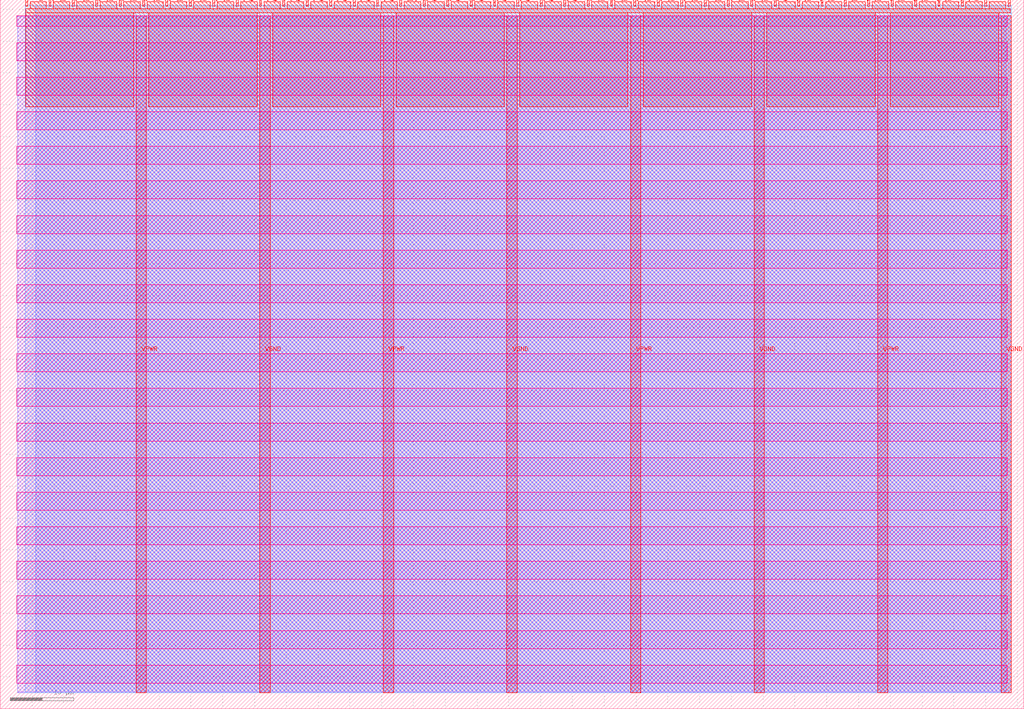
<source format=lef>
VERSION 5.7 ;
  NOWIREEXTENSIONATPIN ON ;
  DIVIDERCHAR "/" ;
  BUSBITCHARS "[]" ;
MACRO tt_um_3515_sequenceDetector
  CLASS BLOCK ;
  FOREIGN tt_um_3515_sequenceDetector ;
  ORIGIN 0.000 0.000 ;
  SIZE 161.000 BY 111.520 ;
  PIN VGND
    DIRECTION INOUT ;
    USE GROUND ;
    PORT
      LAYER met4 ;
        RECT 40.830 2.480 42.430 109.040 ;
    END
    PORT
      LAYER met4 ;
        RECT 79.700 2.480 81.300 109.040 ;
    END
    PORT
      LAYER met4 ;
        RECT 118.570 2.480 120.170 109.040 ;
    END
    PORT
      LAYER met4 ;
        RECT 157.440 2.480 159.040 109.040 ;
    END
  END VGND
  PIN VPWR
    DIRECTION INOUT ;
    USE POWER ;
    PORT
      LAYER met4 ;
        RECT 21.395 2.480 22.995 109.040 ;
    END
    PORT
      LAYER met4 ;
        RECT 60.265 2.480 61.865 109.040 ;
    END
    PORT
      LAYER met4 ;
        RECT 99.135 2.480 100.735 109.040 ;
    END
    PORT
      LAYER met4 ;
        RECT 138.005 2.480 139.605 109.040 ;
    END
  END VPWR
  PIN clk
    DIRECTION INPUT ;
    USE SIGNAL ;
    ANTENNAGATEAREA 0.852000 ;
    PORT
      LAYER met4 ;
        RECT 154.870 110.520 155.170 111.520 ;
    END
  END clk
  PIN ena
    DIRECTION INPUT ;
    USE SIGNAL ;
    ANTENNAGATEAREA 0.196500 ;
    PORT
      LAYER met4 ;
        RECT 158.550 110.520 158.850 111.520 ;
    END
  END ena
  PIN rst_n
    DIRECTION INPUT ;
    USE SIGNAL ;
    ANTENNAGATEAREA 0.196500 ;
    PORT
      LAYER met4 ;
        RECT 151.190 110.520 151.490 111.520 ;
    END
  END rst_n
  PIN ui_in[0]
    DIRECTION INPUT ;
    USE SIGNAL ;
    ANTENNAGATEAREA 0.196500 ;
    PORT
      LAYER met4 ;
        RECT 147.510 110.520 147.810 111.520 ;
    END
  END ui_in[0]
  PIN ui_in[1]
    DIRECTION INPUT ;
    USE SIGNAL ;
    ANTENNAGATEAREA 0.196500 ;
    PORT
      LAYER met4 ;
        RECT 143.830 110.520 144.130 111.520 ;
    END
  END ui_in[1]
  PIN ui_in[2]
    DIRECTION INPUT ;
    USE SIGNAL ;
    ANTENNAGATEAREA 0.196500 ;
    PORT
      LAYER met4 ;
        RECT 140.150 110.520 140.450 111.520 ;
    END
  END ui_in[2]
  PIN ui_in[3]
    DIRECTION INPUT ;
    USE SIGNAL ;
    ANTENNAGATEAREA 0.196500 ;
    PORT
      LAYER met4 ;
        RECT 136.470 110.520 136.770 111.520 ;
    END
  END ui_in[3]
  PIN ui_in[4]
    DIRECTION INPUT ;
    USE SIGNAL ;
    ANTENNAGATEAREA 0.196500 ;
    PORT
      LAYER met4 ;
        RECT 132.790 110.520 133.090 111.520 ;
    END
  END ui_in[4]
  PIN ui_in[5]
    DIRECTION INPUT ;
    USE SIGNAL ;
    ANTENNAGATEAREA 0.196500 ;
    PORT
      LAYER met4 ;
        RECT 129.110 110.520 129.410 111.520 ;
    END
  END ui_in[5]
  PIN ui_in[6]
    DIRECTION INPUT ;
    USE SIGNAL ;
    ANTENNAGATEAREA 0.196500 ;
    PORT
      LAYER met4 ;
        RECT 125.430 110.520 125.730 111.520 ;
    END
  END ui_in[6]
  PIN ui_in[7]
    DIRECTION INPUT ;
    USE SIGNAL ;
    ANTENNAGATEAREA 0.196500 ;
    PORT
      LAYER met4 ;
        RECT 121.750 110.520 122.050 111.520 ;
    END
  END ui_in[7]
  PIN uio_in[0]
    DIRECTION INPUT ;
    USE SIGNAL ;
    ANTENNAGATEAREA 0.213000 ;
    PORT
      LAYER met4 ;
        RECT 118.070 110.520 118.370 111.520 ;
    END
  END uio_in[0]
  PIN uio_in[1]
    DIRECTION INPUT ;
    USE SIGNAL ;
    ANTENNAGATEAREA 0.196500 ;
    PORT
      LAYER met4 ;
        RECT 114.390 110.520 114.690 111.520 ;
    END
  END uio_in[1]
  PIN uio_in[2]
    DIRECTION INPUT ;
    USE SIGNAL ;
    ANTENNAGATEAREA 0.196500 ;
    PORT
      LAYER met4 ;
        RECT 110.710 110.520 111.010 111.520 ;
    END
  END uio_in[2]
  PIN uio_in[3]
    DIRECTION INPUT ;
    USE SIGNAL ;
    ANTENNAGATEAREA 0.126000 ;
    PORT
      LAYER met4 ;
        RECT 107.030 110.520 107.330 111.520 ;
    END
  END uio_in[3]
  PIN uio_in[4]
    DIRECTION INPUT ;
    USE SIGNAL ;
    ANTENNAGATEAREA 0.196500 ;
    PORT
      LAYER met4 ;
        RECT 103.350 110.520 103.650 111.520 ;
    END
  END uio_in[4]
  PIN uio_in[5]
    DIRECTION INPUT ;
    USE SIGNAL ;
    ANTENNAGATEAREA 0.196500 ;
    PORT
      LAYER met4 ;
        RECT 99.670 110.520 99.970 111.520 ;
    END
  END uio_in[5]
  PIN uio_in[6]
    DIRECTION INPUT ;
    USE SIGNAL ;
    ANTENNAGATEAREA 0.196500 ;
    PORT
      LAYER met4 ;
        RECT 95.990 110.520 96.290 111.520 ;
    END
  END uio_in[6]
  PIN uio_in[7]
    DIRECTION INPUT ;
    USE SIGNAL ;
    ANTENNAGATEAREA 0.196500 ;
    PORT
      LAYER met4 ;
        RECT 92.310 110.520 92.610 111.520 ;
    END
  END uio_in[7]
  PIN uio_oe[0]
    DIRECTION OUTPUT TRISTATE ;
    USE SIGNAL ;
    ANTENNADIFFAREA 0.445500 ;
    PORT
      LAYER met4 ;
        RECT 29.750 110.520 30.050 111.520 ;
    END
  END uio_oe[0]
  PIN uio_oe[1]
    DIRECTION OUTPUT TRISTATE ;
    USE SIGNAL ;
    ANTENNADIFFAREA 0.445500 ;
    PORT
      LAYER met4 ;
        RECT 26.070 110.520 26.370 111.520 ;
    END
  END uio_oe[1]
  PIN uio_oe[2]
    DIRECTION OUTPUT TRISTATE ;
    USE SIGNAL ;
    ANTENNADIFFAREA 0.445500 ;
    PORT
      LAYER met4 ;
        RECT 22.390 110.520 22.690 111.520 ;
    END
  END uio_oe[2]
  PIN uio_oe[3]
    DIRECTION OUTPUT TRISTATE ;
    USE SIGNAL ;
    ANTENNADIFFAREA 0.445500 ;
    PORT
      LAYER met4 ;
        RECT 18.710 110.520 19.010 111.520 ;
    END
  END uio_oe[3]
  PIN uio_oe[4]
    DIRECTION OUTPUT TRISTATE ;
    USE SIGNAL ;
    ANTENNADIFFAREA 0.445500 ;
    PORT
      LAYER met4 ;
        RECT 15.030 110.520 15.330 111.520 ;
    END
  END uio_oe[4]
  PIN uio_oe[5]
    DIRECTION OUTPUT TRISTATE ;
    USE SIGNAL ;
    ANTENNADIFFAREA 0.445500 ;
    PORT
      LAYER met4 ;
        RECT 11.350 110.520 11.650 111.520 ;
    END
  END uio_oe[5]
  PIN uio_oe[6]
    DIRECTION OUTPUT TRISTATE ;
    USE SIGNAL ;
    ANTENNADIFFAREA 0.445500 ;
    PORT
      LAYER met4 ;
        RECT 7.670 110.520 7.970 111.520 ;
    END
  END uio_oe[6]
  PIN uio_oe[7]
    DIRECTION OUTPUT TRISTATE ;
    USE SIGNAL ;
    ANTENNADIFFAREA 0.445500 ;
    PORT
      LAYER met4 ;
        RECT 3.990 110.520 4.290 111.520 ;
    END
  END uio_oe[7]
  PIN uio_out[0]
    DIRECTION OUTPUT TRISTATE ;
    USE SIGNAL ;
    PORT
      LAYER met4 ;
        RECT 59.190 110.520 59.490 111.520 ;
    END
  END uio_out[0]
  PIN uio_out[1]
    DIRECTION OUTPUT TRISTATE ;
    USE SIGNAL ;
    PORT
      LAYER met4 ;
        RECT 55.510 110.520 55.810 111.520 ;
    END
  END uio_out[1]
  PIN uio_out[2]
    DIRECTION OUTPUT TRISTATE ;
    USE SIGNAL ;
    PORT
      LAYER met4 ;
        RECT 51.830 110.520 52.130 111.520 ;
    END
  END uio_out[2]
  PIN uio_out[3]
    DIRECTION OUTPUT TRISTATE ;
    USE SIGNAL ;
    PORT
      LAYER met4 ;
        RECT 48.150 110.520 48.450 111.520 ;
    END
  END uio_out[3]
  PIN uio_out[4]
    DIRECTION OUTPUT TRISTATE ;
    USE SIGNAL ;
    PORT
      LAYER met4 ;
        RECT 44.470 110.520 44.770 111.520 ;
    END
  END uio_out[4]
  PIN uio_out[5]
    DIRECTION OUTPUT TRISTATE ;
    USE SIGNAL ;
    PORT
      LAYER met4 ;
        RECT 40.790 110.520 41.090 111.520 ;
    END
  END uio_out[5]
  PIN uio_out[6]
    DIRECTION OUTPUT TRISTATE ;
    USE SIGNAL ;
    PORT
      LAYER met4 ;
        RECT 37.110 110.520 37.410 111.520 ;
    END
  END uio_out[6]
  PIN uio_out[7]
    DIRECTION OUTPUT TRISTATE ;
    USE SIGNAL ;
    PORT
      LAYER met4 ;
        RECT 33.430 110.520 33.730 111.520 ;
    END
  END uio_out[7]
  PIN uo_out[0]
    DIRECTION OUTPUT TRISTATE ;
    USE SIGNAL ;
    ANTENNADIFFAREA 0.445500 ;
    PORT
      LAYER met4 ;
        RECT 88.630 110.520 88.930 111.520 ;
    END
  END uo_out[0]
  PIN uo_out[1]
    DIRECTION OUTPUT TRISTATE ;
    USE SIGNAL ;
    ANTENNADIFFAREA 0.445500 ;
    PORT
      LAYER met4 ;
        RECT 84.950 110.520 85.250 111.520 ;
    END
  END uo_out[1]
  PIN uo_out[2]
    DIRECTION OUTPUT TRISTATE ;
    USE SIGNAL ;
    ANTENNADIFFAREA 0.445500 ;
    PORT
      LAYER met4 ;
        RECT 81.270 110.520 81.570 111.520 ;
    END
  END uo_out[2]
  PIN uo_out[3]
    DIRECTION OUTPUT TRISTATE ;
    USE SIGNAL ;
    ANTENNADIFFAREA 0.445500 ;
    PORT
      LAYER met4 ;
        RECT 77.590 110.520 77.890 111.520 ;
    END
  END uo_out[3]
  PIN uo_out[4]
    DIRECTION OUTPUT TRISTATE ;
    USE SIGNAL ;
    ANTENNADIFFAREA 0.445500 ;
    PORT
      LAYER met4 ;
        RECT 73.910 110.520 74.210 111.520 ;
    END
  END uo_out[4]
  PIN uo_out[5]
    DIRECTION OUTPUT TRISTATE ;
    USE SIGNAL ;
    ANTENNADIFFAREA 0.445500 ;
    PORT
      LAYER met4 ;
        RECT 70.230 110.520 70.530 111.520 ;
    END
  END uo_out[5]
  PIN uo_out[6]
    DIRECTION OUTPUT TRISTATE ;
    USE SIGNAL ;
    ANTENNADIFFAREA 0.445500 ;
    PORT
      LAYER met4 ;
        RECT 66.550 110.520 66.850 111.520 ;
    END
  END uo_out[6]
  PIN uo_out[7]
    DIRECTION OUTPUT TRISTATE ;
    USE SIGNAL ;
    ANTENNADIFFAREA 0.445500 ;
    PORT
      LAYER met4 ;
        RECT 62.870 110.520 63.170 111.520 ;
    END
  END uo_out[7]
  OBS
      LAYER nwell ;
        RECT 2.570 107.385 158.430 108.990 ;
        RECT 2.570 101.945 158.430 104.775 ;
        RECT 2.570 96.505 158.430 99.335 ;
        RECT 2.570 91.065 158.430 93.895 ;
        RECT 2.570 85.625 158.430 88.455 ;
        RECT 2.570 80.185 158.430 83.015 ;
        RECT 2.570 74.745 158.430 77.575 ;
        RECT 2.570 69.305 158.430 72.135 ;
        RECT 2.570 63.865 158.430 66.695 ;
        RECT 2.570 58.425 158.430 61.255 ;
        RECT 2.570 52.985 158.430 55.815 ;
        RECT 2.570 47.545 158.430 50.375 ;
        RECT 2.570 42.105 158.430 44.935 ;
        RECT 2.570 36.665 158.430 39.495 ;
        RECT 2.570 31.225 158.430 34.055 ;
        RECT 2.570 25.785 158.430 28.615 ;
        RECT 2.570 20.345 158.430 23.175 ;
        RECT 2.570 14.905 158.430 17.735 ;
        RECT 2.570 9.465 158.430 12.295 ;
        RECT 2.570 4.025 158.430 6.855 ;
      LAYER li1 ;
        RECT 2.760 2.635 158.240 108.885 ;
      LAYER met1 ;
        RECT 2.760 2.480 159.040 109.040 ;
      LAYER met2 ;
        RECT 5.610 2.535 159.010 110.685 ;
      LAYER met3 ;
        RECT 3.950 2.555 159.030 110.665 ;
      LAYER met4 ;
        RECT 4.690 110.120 7.270 111.170 ;
        RECT 8.370 110.120 10.950 111.170 ;
        RECT 12.050 110.120 14.630 111.170 ;
        RECT 15.730 110.120 18.310 111.170 ;
        RECT 19.410 110.120 21.990 111.170 ;
        RECT 23.090 110.120 25.670 111.170 ;
        RECT 26.770 110.120 29.350 111.170 ;
        RECT 30.450 110.120 33.030 111.170 ;
        RECT 34.130 110.120 36.710 111.170 ;
        RECT 37.810 110.120 40.390 111.170 ;
        RECT 41.490 110.120 44.070 111.170 ;
        RECT 45.170 110.120 47.750 111.170 ;
        RECT 48.850 110.120 51.430 111.170 ;
        RECT 52.530 110.120 55.110 111.170 ;
        RECT 56.210 110.120 58.790 111.170 ;
        RECT 59.890 110.120 62.470 111.170 ;
        RECT 63.570 110.120 66.150 111.170 ;
        RECT 67.250 110.120 69.830 111.170 ;
        RECT 70.930 110.120 73.510 111.170 ;
        RECT 74.610 110.120 77.190 111.170 ;
        RECT 78.290 110.120 80.870 111.170 ;
        RECT 81.970 110.120 84.550 111.170 ;
        RECT 85.650 110.120 88.230 111.170 ;
        RECT 89.330 110.120 91.910 111.170 ;
        RECT 93.010 110.120 95.590 111.170 ;
        RECT 96.690 110.120 99.270 111.170 ;
        RECT 100.370 110.120 102.950 111.170 ;
        RECT 104.050 110.120 106.630 111.170 ;
        RECT 107.730 110.120 110.310 111.170 ;
        RECT 111.410 110.120 113.990 111.170 ;
        RECT 115.090 110.120 117.670 111.170 ;
        RECT 118.770 110.120 121.350 111.170 ;
        RECT 122.450 110.120 125.030 111.170 ;
        RECT 126.130 110.120 128.710 111.170 ;
        RECT 129.810 110.120 132.390 111.170 ;
        RECT 133.490 110.120 136.070 111.170 ;
        RECT 137.170 110.120 139.750 111.170 ;
        RECT 140.850 110.120 143.430 111.170 ;
        RECT 144.530 110.120 147.110 111.170 ;
        RECT 148.210 110.120 150.790 111.170 ;
        RECT 151.890 110.120 154.470 111.170 ;
        RECT 155.570 110.120 158.150 111.170 ;
        RECT 3.975 109.440 158.850 110.120 ;
        RECT 3.975 94.695 20.995 109.440 ;
        RECT 23.395 94.695 40.430 109.440 ;
        RECT 42.830 94.695 59.865 109.440 ;
        RECT 62.265 94.695 79.300 109.440 ;
        RECT 81.700 94.695 98.735 109.440 ;
        RECT 101.135 94.695 118.170 109.440 ;
        RECT 120.570 94.695 137.605 109.440 ;
        RECT 140.005 94.695 157.040 109.440 ;
  END
END tt_um_3515_sequenceDetector
END LIBRARY


</source>
